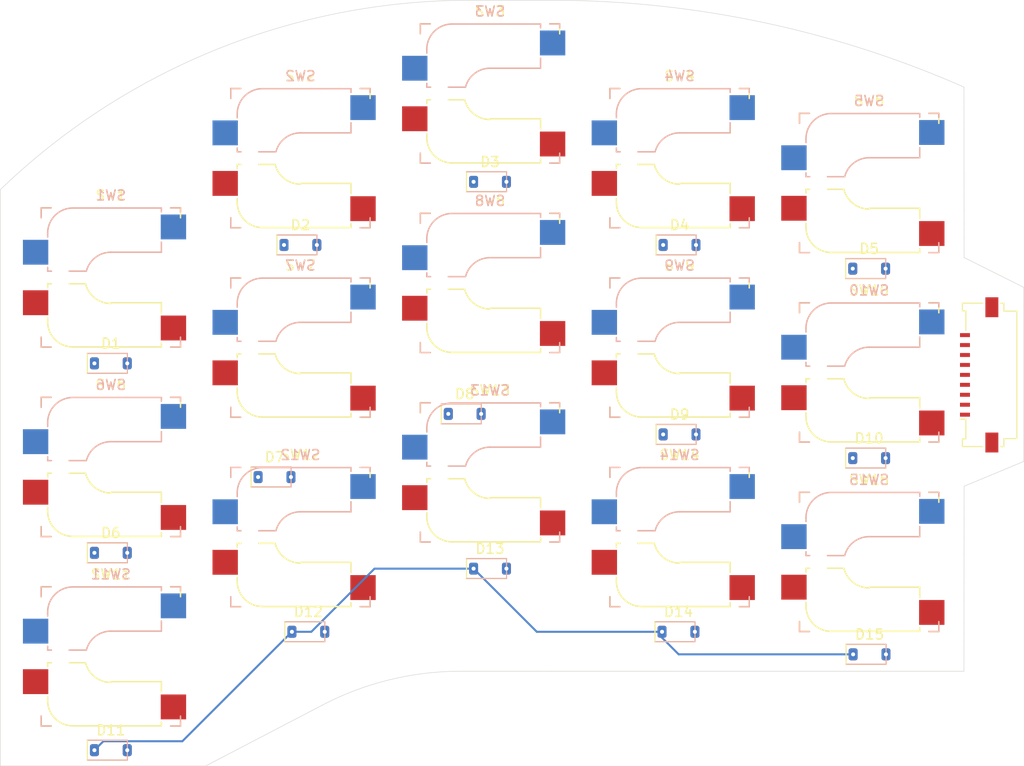
<source format=kicad_pcb>
(kicad_pcb (version 20240108) (generator "pcbnew") (generator_version "8.0")
  (layers (0 "F.Cu" signal) (31 "B.Cu" signal) (34 "B.Paste" user) (35 "F.Paste" user) (36 "B.SilkS" user "B.Silkscreen") (37 "F.SilkS" user "F.Silkscreen") (38 "B.Mask" user) (39 "F.Mask" user) (44 "Edge.Cuts" user))
  (net 0 "")
  (net 1 "Net-(D1-A)")
  (net 2 "Row 1")
  (net 3 "Row 2")
  (net 4 "Net-(D2-A)")
  (net 5 "Row 3")
  (net 6 "Net-(D3-A)")
  (net 7 "Net-(D4-A)")
  (net 8 "Net-(D5-A)")
  (net 9 "Net-(D6-A)")
  (net 10 "Net-(D7-A)")
  (net 11 "Net-(D8-A)")
  (net 12 "Net-(D9-A)")
  (net 13 "Net-(D10-A)")
  (net 14 "Net-(D11-A)")
  (net 15 "Net-(D12-A)")
  (net 16 "Net-(D13-A)")
  (net 17 "Net-(D14-A)")
  (net 18 "Net-(D15-A)")
  (net 19 "Column 5")
  (net 20 "Column 3")
  (net 21 "Column 4")
  (net 22 "GND")
  (net 23 "Column 1")
  (net 24 "Column 2")
  (footprint "Reversible2:D_SOD-123-reversible" (layer "F.Cu") (at 106.3625 52.3875)
    (property "Reference" "D3" (at 0 -2 0) (layer "F.SilkS"))
    (property "Value" "D" (hide yes))
    (pad "1" thru_hole roundrect (at -1.65 0) (size 0.9 1.2) (drill 0.4) (layers "*.Cu" "*.Paste" "*.Mask") (net 2 "Row 1"))
    (pad "2" thru_hole roundrect (at 1.65 0) (size 0.9 1.2) (drill 0.4) (layers "*.Cu" "*.Paste" "*.Mask") (net 6 "Net-(D3-A)"))
  )
  (footprint "Reversible:Kailh_socket_MX_reversible" (layer "F.Cu") (at 68.2625 62.00625)
    (property "Reference" "SW1" (at 0 -8.255 0) (layer "F.SilkS"))
    (property "Value" "SW_Push" (hide yes))
    (fp_text user "${REFERENCE}" (at 0 -8.255 0) (layer "B.SilkS") (effects (justify mirror)))
    (pad "" np_thru_hole circle (at -5.08 0) (size 1.7018 1.7018) (drill 1.7018) (layers "*.Cu" "*.Mask"))
    (pad "" np_thru_hole circle (at -3.81 -2.54) (size 3 3) (drill 3) (layers "*.Cu" "*.Mask"))
    (pad "" np_thru_hole circle (at -3.81 2.54) (size 3 3) (drill 3) (layers "*.Cu" "*.Mask"))
    (pad "" np_thru_hole circle (at 0 0) (size 3.9878 3.9878) (drill 3.9878) (layers "*.Cu" "*.Mask"))
    (pad "" np_thru_hole circle (at 2.54 -5.08) (size 3 3) (drill 3) (layers "*.Cu" "*.Mask"))
    (pad "" np_thru_hole circle (at 2.54 5.08) (size 3 3) (drill 3) (layers "*.Cu" "*.Mask"))
    (pad "" np_thru_hole circle (at 5.08 0) (size 1.7018 1.7018) (drill 1.7018) (layers "*.Cu" "*.Mask"))
    (pad "1" smd rect (at 6.29 -5.08) (size 2.55 2.5) (layers "B.Cu" "B.Paste" "B.Mask") (net 23 "Column 1"))
    (pad "1" smd rect (at 6.29 5.08) (size 2.55 2.5) (layers "F.Cu" "F.Paste" "F.Mask") (net 23 "Column 1"))
    (pad "2" smd rect (at -7.56 -2.54) (size 2.55 2.5) (layers "B.Cu" "B.Paste" "B.Mask") (net 1 "Net-(D1-A)"))
    (pad "2" smd rect (at -7.56 2.54) (size 2.55 2.5) (layers "F.Cu" "F.Paste" "F.Mask") (net 1 "Net-(D1-A)"))
  )
  (footprint "Reversible:Kailh_socket_MX_reversible" (layer "F.Cu") (at 87.3125 50.00625)
    (property "Reference" "SW2" (at 0 -8.255 0) (layer "F.SilkS"))
    (property "Value" "SW_Push" (hide yes))
    (fp_text user "${REFERENCE}" (at 0 -8.255 0) (layer "B.SilkS") (effects (justify mirror)))
    (pad "" np_thru_hole circle (at -5.08 0) (size 1.7018 1.7018) (drill 1.7018) (layers "*.Cu" "*.Mask"))
    (pad "" np_thru_hole circle (at -3.81 -2.54) (size 3 3) (drill 3) (layers "*.Cu" "*.Mask"))
    (pad "" np_thru_hole circle (at -3.81 2.54) (size 3 3) (drill 3) (layers "*.Cu" "*.Mask"))
    (pad "" np_thru_hole circle (at 0 0) (size 3.9878 3.9878) (drill 3.9878) (layers "*.Cu" "*.Mask"))
    (pad "" np_thru_hole circle (at 2.54 -5.08) (size 3 3) (drill 3) (layers "*.Cu" "*.Mask"))
    (pad "" np_thru_hole circle (at 2.54 5.08) (size 3 3) (drill 3) (layers "*.Cu" "*.Mask"))
    (pad "" np_thru_hole circle (at 5.08 0) (size 1.7018 1.7018) (drill 1.7018) (layers "*.Cu" "*.Mask"))
    (pad "1" smd rect (at 6.29 -5.08) (size 2.55 2.5) (layers "B.Cu" "B.Paste" "B.Mask") (net 24 "Column 2"))
    (pad "1" smd rect (at 6.29 5.08) (size 2.55 2.5) (layers "F.Cu" "F.Paste" "F.Mask") (net 24 "Column 2"))
    (pad "2" smd rect (at -7.56 -2.54) (size 2.55 2.5) (layers "B.Cu" "B.Paste" "B.Mask") (net 4 "Net-(D2-A)"))
    (pad "2" smd rect (at -7.56 2.54) (size 2.55 2.5) (layers "F.Cu" "F.Paste" "F.Mask") (net 4 "Net-(D2-A)"))
  )
  (footprint "Reversible2:D_SOD-123-reversible" (layer "F.Cu") (at 144.4625 80.16875)
    (property "Reference" "D10" (at 0 -2 0) (layer "F.SilkS"))
    (property "Value" "D" (hide yes))
    (pad "1" thru_hole roundrect (at -1.65 0) (size 0.9 1.2) (drill 0.4) (layers "*.Cu" "*.Paste" "*.Mask") (net 3 "Row 2"))
    (pad "2" thru_hole roundrect (at 1.65 0) (size 0.9 1.2) (drill 0.4) (layers "*.Cu" "*.Paste" "*.Mask") (net 13 "Net-(D10-A)"))
  )
  (footprint "Reversible2:D_SOD-123-reversible" (layer "F.Cu") (at 88.10625 97.63125)
    (property "Reference" "D12" (at 0 -2 0) (layer "F.SilkS"))
    (property "Value" "D" (hide yes))
    (pad "1" thru_hole roundrect (at -1.65 0) (size 0.9 1.2) (drill 0.4) (layers "*.Cu" "*.Paste" "*.Mask") (net 5 "Row 3"))
    (pad "2" thru_hole roundrect (at 1.65 0) (size 0.9 1.2) (drill 0.4) (layers "*.Cu" "*.Paste" "*.Mask") (net 15 "Net-(D12-A)"))
  )
  (footprint "Reversible2:D_SOD-123-reversible" (layer "F.Cu") (at 144.4625 61.11875)
    (property "Reference" "D5" (at 0 -2 0) (layer "F.SilkS"))
    (property "Value" "D" (hide yes))
    (pad "1" thru_hole roundrect (at -1.65 0) (size 0.9 1.2) (drill 0.4) (layers "*.Cu" "*.Paste" "*.Mask") (net 2 "Row 1"))
    (pad "2" thru_hole roundrect (at 1.65 0) (size 0.9 1.2) (drill 0.4) (layers "*.Cu" "*.Paste" "*.Mask") (net 8 "Net-(D5-A)"))
  )
  (footprint "Reversible:Kailh_socket_MX_reversible" (layer "F.Cu") (at 125.4125 50.00625)
    (property "Reference" "SW4" (at 0 -8.255 0) (layer "F.SilkS"))
    (property "Value" "SW_Push" (hide yes))
    (fp_text user "${REFERENCE}" (at 0 -8.255 0) (layer "B.SilkS") (effects (justify mirror)))
    (pad "" np_thru_hole circle (at -5.08 0) (size 1.7018 1.7018) (drill 1.7018) (layers "*.Cu" "*.Mask"))
    (pad "" np_thru_hole circle (at -3.81 -2.54) (size 3 3) (drill 3) (layers "*.Cu" "*.Mask"))
    (pad "" np_thru_hole circle (at -3.81 2.54) (size 3 3) (drill 3) (layers "*.Cu" "*.Mask"))
    (pad "" np_thru_hole circle (at 0 0) (size 3.9878 3.9878) (drill 3.9878) (layers "*.Cu" "*.Mask"))
    (pad "" np_thru_hole circle (at 2.54 -5.08) (size 3 3) (drill 3) (layers "*.Cu" "*.Mask"))
    (pad "" np_thru_hole circle (at 2.54 5.08) (size 3 3) (drill 3) (layers "*.Cu" "*.Mask"))
    (pad "" np_thru_hole circle (at 5.08 0) (size 1.7018 1.7018) (drill 1.7018) (layers "*.Cu" "*.Mask"))
    (pad "1" smd rect (at 6.29 -5.08) (size 2.55 2.5) (layers "B.Cu" "B.Paste" "B.Mask") (net 21 "Column 4"))
    (pad "1" smd rect (at 6.29 5.08) (size 2.55 2.5) (layers "F.Cu" "F.Paste" "F.Mask") (net 21 "Column 4"))
    (pad "2" smd rect (at -7.56 -2.54) (size 2.55 2.5) (layers "B.Cu" "B.Paste" "B.Mask") (net 7 "Net-(D4-A)"))
    (pad "2" smd rect (at -7.56 2.54) (size 2.55 2.5) (layers "F.Cu" "F.Paste" "F.Mask") (net 7 "Net-(D4-A)"))
  )
  (footprint "Reversible2:D_SOD-123-reversible" (layer "F.Cu") (at 87.3125 58.7375)
    (property "Reference" "D2" (at 0 -2 0) (layer "F.SilkS"))
    (property "Value" "D" (hide yes))
    (pad "1" thru_hole roundrect (at -1.65 0) (size 0.9 1.2) (drill 0.4) (layers "*.Cu" "*.Paste" "*.Mask") (net 2 "Row 1"))
    (pad "2" thru_hole roundrect (at 1.65 0) (size 0.9 1.2) (drill 0.4) (layers "*.Cu" "*.Paste" "*.Mask") (net 4 "Net-(D2-A)"))
  )
  (footprint "Reversible2:D_SOD-123-reversible" (layer "F.Cu") (at 68.2625 70.64375)
    (property "Reference" "D1" (at 0 -2 0) (layer "F.SilkS"))
    (property "Value" "D" (hide yes))
    (pad "1" thru_hole roundrect (at -1.65 0) (size 0.9 1.2) (drill 0.4) (layers "*.Cu" "*.Paste" "*.Mask") (net 2 "Row 1"))
    (pad "2" thru_hole roundrect (at 1.65 0) (size 0.9 1.2) (drill 0.4) (layers "*.Cu" "*.Paste" "*.Mask") (net 1 "Net-(D1-A)"))
  )
  (footprint "Reversible:Kailh_socket_MX_reversible" (layer "F.Cu") (at 87.3125 69.05625)
    (property "Reference" "SW7" (at 0 -8.255 0) (layer "F.SilkS"))
    (property "Value" "SW_Push" (hide yes))
    (fp_text user "${REFERENCE}" (at 0 -8.255 0) (layer "B.SilkS") (effects (justify mirror)))
    (pad "" np_thru_hole circle (at -5.08 0) (size 1.7018 1.7018) (drill 1.7018) (layers "*.Cu" "*.Mask"))
    (pad "" np_thru_hole circle (at -3.81 -2.54) (size 3 3) (drill 3) (layers "*.Cu" "*.Mask"))
    (pad "" np_thru_hole circle (at -3.81 2.54) (size 3 3) (drill 3) (layers "*.Cu" "*.Mask"))
    (pad "" np_thru_hole circle (at 0 0) (size 3.9878 3.9878) (drill 3.9878) (layers "*.Cu" "*.Mask"))
    (pad "" np_thru_hole circle (at 2.54 -5.08) (size 3 3) (drill 3) (layers "*.Cu" "*.Mask"))
    (pad "" np_thru_hole circle (at 2.54 5.08) (size 3 3) (drill 3) (layers "*.Cu" "*.Mask"))
    (pad "" np_thru_hole circle (at 5.08 0) (size 1.7018 1.7018) (drill 1.7018) (layers "*.Cu" "*.Mask"))
    (pad "1" smd rect (at 6.29 -5.08) (size 2.55 2.5) (layers "B.Cu" "B.Paste" "B.Mask") (net 24 "Column 2"))
    (pad "1" smd rect (at 6.29 5.08) (size 2.55 2.5) (layers "F.Cu" "F.Paste" "F.Mask") (net 24 "Column 2"))
    (pad "2" smd rect (at -7.56 -2.54) (size 2.55 2.5) (layers "B.Cu" "B.Paste" "B.Mask") (net 10 "Net-(D7-A)"))
    (pad "2" smd rect (at -7.56 2.54) (size 2.55 2.5) (layers "F.Cu" "F.Paste" "F.Mask") (net 10 "Net-(D7-A)"))
  )
  (footprint "Reversible2:D_SOD-123-reversible" (layer "F.Cu") (at 84.71 82.07375)
    (property "Reference" "D7" (at 0 -2 0) (layer "F.SilkS"))
    (property "Value" "D")
    (pad "1" thru_hole roundrect (at -1.65 0) (size 0.9 1.2) (drill 0.4) (layers "*.Cu" "*.Paste" "*.Mask") (net 3 "Row 2"))
    (pad "2" thru_hole roundrect (at 1.65 0) (size 0.9 1.2) (drill 0.4) (layers "*.Cu" "*.Paste" "*.Mask") (net 10 "Net-(D7-A)"))
  )
  (footprint "Reversible:Kailh_socket_MX_reversible" (layer "F.Cu") (at 125.4125 88.10625)
    (property "Reference" "SW14" (at 0 -8.255 0) (layer "F.SilkS"))
    (property "Value" "SW_Push" (hide yes))
    (fp_text user "${REFERENCE}" (at 0 -8.255 0) (layer "B.SilkS") (effects (justify mirror)))
    (pad "" np_thru_hole circle (at -5.08 0) (size 1.7018 1.7018) (drill 1.7018) (layers "*.Cu" "*.Mask"))
    (pad "" np_thru_hole circle (at -3.81 -2.54) (size 3 3) (drill 3) (layers "*.Cu" "*.Mask"))
    (pad "" np_thru_hole circle (at -3.81 2.54) (size 3 3) (drill 3) (layers "*.Cu" "*.Mask"))
    (pad "" np_thru_hole circle (at 0 0) (size 3.9878 3.9878) (drill 3.9878) (layers "*.Cu" "*.Mask"))
    (pad "" np_thru_hole circle (at 2.54 -5.08) (size 3 3) (drill 3) (layers "*.Cu" "*.Mask"))
    (pad "" np_thru_hole circle (at 2.54 5.08) (size 3 3) (drill 3) (layers "*.Cu" "*.Mask"))
    (pad "" np_thru_hole circle (at 5.08 0) (size 1.7018 1.7018) (drill 1.7018) (layers "*.Cu" "*.Mask"))
    (pad "1" smd rect (at 6.29 -5.08) (size 2.55 2.5) (layers "B.Cu" "B.Paste" "B.Mask") (net 21 "Column 4"))
    (pad "1" smd rect (at 6.29 5.08) (size 2.55 2.5) (layers "F.Cu" "F.Paste" "F.Mask") (net 21 "Column 4"))
    (pad "2" smd rect (at -7.56 -2.54) (size 2.55 2.5) (layers "B.Cu" "B.Paste" "B.Mask") (net 17 "Net-(D14-A)"))
    (pad "2" smd rect (at -7.56 2.54) (size 2.55 2.5) (layers "F.Cu" "F.Paste" "F.Mask") (net 17 "Net-(D14-A)"))
  )
  (footprint "Reversible:Kailh_socket_MX_reversible" (layer "F.Cu") (at 87.3125 88.10625)
    (property "Reference" "SW12" (at 0 -8.255 0) (layer "F.SilkS"))
    (property "Value" "SW_Push" (hide yes))
    (fp_text user "${REFERENCE}" (at 0 -8.255 0) (layer "B.SilkS") (effects (justify mirror)))
    (pad "" np_thru_hole circle (at -5.08 0) (size 1.7018 1.7018) (drill 1.7018) (layers "*.Cu" "*.Mask"))
    (pad "" np_thru_hole circle (at -3.81 -2.54) (size 3 3) (drill 3) (layers "*.Cu" "*.Mask"))
    (pad "" np_thru_hole circle (at -3.81 2.54) (size 3 3) (drill 3) (layers "*.Cu" "*.Mask"))
    (pad "" np_thru_hole circle (at 0 0) (size 3.9878 3.9878) (drill 3.9878) (layers "*.Cu" "*.Mask"))
    (pad "" np_thru_hole circle (at 2.54 -5.08) (size 3 3) (drill 3) (layers "*.Cu" "*.Mask"))
    (pad "" np_thru_hole circle (at 2.54 5.08) (size 3 3) (drill 3) (layers "*.Cu" "*.Mask"))
    (pad "" np_thru_hole circle (at 5.08 0) (size 1.7018 1.7018) (drill 1.7018) (layers "*.Cu" "*.Mask"))
    (pad "1" smd rect (at 6.29 -5.08) (size 2.55 2.5) (layers "B.Cu" "B.Paste" "B.Mask") (net 24 "Column 2"))
    (pad "1" smd rect (at 6.29 5.08) (size 2.55 2.5) (layers "F.Cu" "F.Paste" "F.Mask") (net 24 "Column 2"))
    (pad "2" smd rect (at -7.56 -2.54) (size 2.55 2.5) (layers "B.Cu" "B.Paste" "B.Mask") (net 15 "Net-(D12-A)"))
    (pad "2" smd rect (at -7.56 2.54) (size 2.55 2.5) (layers "F.Cu" "F.Paste" "F.Mask") (net 15 "Net-(D12-A)"))
  )
  (footprint "Reversible:Kailh_socket_MX_reversible" (layer "F.Cu") (at 125.4125 69.05625)
    (property "Reference" "SW9" (at 0 -8.255 0) (layer "F.SilkS"))
    (property "Value" "SW_Push" (hide yes))
    (fp_text user "${REFERENCE}" (at 0 -8.255 0) (layer "B.SilkS") (effects (justify mirror)))
    (pad "" np_thru_hole circle (at -5.08 0) (size 1.7018 1.7018) (drill 1.7018) (layers "*.Cu" "*.Mask"))
    (pad "" np_thru_hole circle (at -3.81 -2.54) (size 3 3) (drill 3) (layers "*.Cu" "*.Mask"))
    (pad "" np_thru_hole circle (at -3.81 2.54) (size 3 3) (drill 3) (layers "*.Cu" "*.Mask"))
    (pad "" np_thru_hole circle (at 0 0) (size 3.9878 3.9878) (drill 3.9878) (layers "*.Cu" "*.Mask"))
    (pad "" np_thru_hole circle (at 2.54 -5.08) (size 3 3) (drill 3) (layers "*.Cu" "*.Mask"))
    (pad "" np_thru_hole circle (at 2.54 5.08) (size 3 3) (drill 3) (layers "*.Cu" "*.Mask"))
    (pad "" np_thru_hole circle (at 5.08 0) (size 1.7018 1.7018) (drill 1.7018) (layers "*.Cu" "*.Mask"))
    (pad "1" smd rect (at 6.29 -5.08) (size 2.55 2.5) (layers "B.Cu" "B.Paste" "B.Mask") (net 21 "Column 4"))
    (pad "1" smd rect (at 6.29 5.08) (size 2.55 2.5) (layers "F.Cu" "F.Paste" "F.Mask") (net 21 "Column 4"))
    (pad "2" smd rect (at -7.56 -2.54) (size 2.55 2.5) (layers "B.Cu" "B.Paste" "B.Mask") (net 12 "Net-(D9-A)"))
    (pad "2" smd rect (at -7.56 2.54) (size 2.55 2.5) (layers "F.Cu" "F.Paste" "F.Mask") (net 12 "Net-(D9-A)"))
  )
  (footprint "Reversible:Kailh_socket_MX_reversible" (layer "F.Cu") (at 144.4625 52.50625)
    (property "Reference" "SW5" (at 0 -8.255 0) (layer "F.SilkS"))
    (property "Value" "SW_Push" (hide yes))
    (fp_text user "${REFERENCE}" (at 0 -8.255 0) (layer "B.SilkS") (effects (justify mirror)))
    (pad "" np_thru_hole circle (at -5.08 0) (size 1.7018 1.7018) (drill 1.7018) (layers "*.Cu" "*.Mask"))
    (pad "" np_thru_hole circle (at -3.81 -2.54) (size 3 3) (drill 3) (layers "*.Cu" "*.Mask"))
    (pad "" np_thru_hole circle (at -3.81 2.54) (size 3 3) (drill 3) (layers "*.Cu" "*.Mask"))
    (pad "" np_thru_hole circle (at 0 0) (size 3.9878 3.9878) (drill 3.9878) (layers "*.Cu" "*.Mask"))
    (pad "" np_thru_hole circle (at 2.54 -5.08) (size 3 3) (drill 3) (layers "*.Cu" "*.Mask"))
    (pad "" np_thru_hole circle (at 2.54 5.08) (size 3 3) (drill 3) (layers "*.Cu" "*.Mask"))
    (pad "" np_thru_hole circle (at 5.08 0) (size 1.7018 1.7018) (drill 1.7018) (layers "*.Cu" "*.Mask"))
    (pad "1" smd rect (at 6.29 -5.08) (size 2.55 2.5) (layers "B.Cu" "B.Paste" "B.Mask") (net 19 "Column 5"))
    (pad "1" smd rect (at 6.29 5.08) (size 2.55 2.5) (layers "F.Cu" "F.Paste" "F.Mask") (net 19 "Column 5"))
    (pad "2" smd rect (at -7.56 -2.54) (size 2.55 2.5) (layers "B.Cu" "B.Paste" "B.Mask") (net 8 "Net-(D5-A)"))
    (pad "2" smd rect (at -7.56 2.54) (size 2.55 2.5) (layers "F.Cu" "F.Paste" "F.Mask") (net 8 "Net-(D5-A)"))
  )
  (footprint "Reversible2:D_SOD-123-reversible" (layer "F.Cu") (at 68.2625 89.69375)
    (property "Reference" "D6" (at 0 -2 0) (layer "F.SilkS"))
    (property "Value" "D")
    (pad "1" thru_hole roundrect (at -1.65 0) (size 0.9 1.2) (drill 0.4) (layers "*.Cu" "*.Paste" "*.Mask") (net 3 "Row 2"))
    (pad "2" thru_hole roundrect (at 1.65 0) (size 0.9 1.2) (drill 0.4) (layers "*.Cu" "*.Paste" "*.Mask") (net 9 "Net-(D6-A)"))
  )
  (footprint "Reversible:Kailh_socket_MX_reversible" (layer "F.Cu") (at 68.2625 100.10625)
    (property "Reference" "SW11" (at 0 -8.255 0) (layer "F.SilkS"))
    (property "Value" "SW_Push" (hide yes))
    (fp_text user "${REFERENCE}" (at 0 -8.255 0) (layer "B.SilkS") (effects (justify mirror)))
    (pad "" np_thru_hole circle (at -5.08 0) (size 1.7018 1.7018) (drill 1.7018) (layers "*.Cu" "*.Mask"))
    (pad "" np_thru_hole circle (at -3.81 -2.54) (size 3 3) (drill 3) (layers "*.Cu" "*.Mask"))
    (pad "" np_thru_hole circle (at -3.81 2.54) (size 3 3) (drill 3) (layers "*.Cu" "*.Mask"))
    (pad "" np_thru_hole circle (at 0 0) (size 3.9878 3.9878) (drill 3.9878) (layers "*.Cu" "*.Mask"))
    (pad "" np_thru_hole circle (at 2.54 -5.08) (size 3 3) (drill 3) (layers "*.Cu" "*.Mask"))
    (pad "" np_thru_hole circle (at 2.54 5.08) (size 3 3) (drill 3) (layers "*.Cu" "*.Mask"))
    (pad "" np_thru_hole circle (at 5.08 0) (size 1.7018 1.7018) (drill 1.7018) (layers "*.Cu" "*.Mask"))
    (pad "1" smd rect (at 6.29 -5.08) (size 2.55 2.5) (layers "B.Cu" "B.Paste" "B.Mask") (net 23 "Column 1"))
    (pad "1" smd rect (at 6.29 5.08) (size 2.55 2.5) (layers "F.Cu" "F.Paste" "F.Mask") (net 23 "Column 1"))
    (pad "2" smd rect (at -7.56 -2.54) (size 2.55 2.5) (layers "B.Cu" "B.Paste" "B.Mask") (net 14 "Net-(D11-A)"))
    (pad "2" smd rect (at -7.56 2.54) (size 2.55 2.5) (layers "F.Cu" "F.Paste" "F.Mask") (net 14 "Net-(D11-A)"))
  )
  (footprint "Reversible:Kailh_socket_MX_reversible" (layer "F.Cu") (at 106.3625 62.55625)
    (property "Reference" "SW8" (at 0 -8.255 0) (layer "F.SilkS"))
    (property "Value" "SW_Push" (hide yes))
    (fp_text user "${REFERENCE}" (at 0 -8.255 0) (layer "B.SilkS") (effects (justify mirror)))
    (pad "" np_thru_hole circle (at -5.08 0) (size 1.7018 1.7018) (drill 1.7018) (layers "*.Cu" "*.Mask"))
    (pad "" np_thru_hole circle (at -3.81 -2.54) (size 3 3) (drill 3) (layers "*.Cu" "*.Mask"))
    (pad "" np_thru_hole circle (at -3.81 2.54) (size 3 3) (drill 3) (layers "*.Cu" "*.Mask"))
    (pad "" np_thru_hole circle (at 0 0) (size 3.9878 3.9878) (drill 3.9878) (layers "*.Cu" "*.Mask"))
    (pad "" np_thru_hole circle (at 2.54 -5.08) (size 3 3) (drill 3) (layers "*.Cu" "*.Mask"))
    (pad "" np_thru_hole circle (at 2.54 5.08) (size 3 3) (drill 3) (layers "*.Cu" "*.Mask"))
    (pad "" np_thru_hole circle (at 5.08 0) (size 1.7018 1.7018) (drill 1.7018) (layers "*.Cu" "*.Mask"))
    (pad "1" smd rect (at 6.29 -5.08) (size 2.55 2.5) (layers "B.Cu" "B.Paste" "B.Mask") (net 20 "Column 3"))
    (pad "1" smd rect (at 6.29 5.08) (size 2.55 2.5) (layers "F.Cu" "F.Paste" "F.Mask") (net 20 "Column 3"))
    (pad "2" smd rect (at -7.56 -2.54) (size 2.55 2.5) (layers "B.Cu" "B.Paste" "B.Mask") (net 11 "Net-(D8-A)"))
    (pad "2" smd rect (at -7.56 2.54) (size 2.55 2.5) (layers "F.Cu" "F.Paste" "F.Mask") (net 11 "Net-(D8-A)"))
  )
  (footprint "Reversible2:D_SOD-123-reversible" (layer "F.Cu") (at 106.3625 91.28125)
    (property "Reference" "D13" (at 0 -2 0) (layer "F.SilkS"))
    (property "Value" "D" (hide yes))
    (pad "1" thru_hole roundrect (at -1.65 0) (size 0.9 1.2) (drill 0.4) (layers "*.Cu" "*.Paste" "*.Mask") (net 5 "Row 3"))
    (pad "2" thru_hole roundrect (at 1.65 0) (size 0.9 1.2) (drill 0.4) (layers "*.Cu" "*.Paste" "*.Mask") (net 16 "Net-(D13-A)"))
  )
  (footprint "Reversible2:D_SOD-123-reversible" (layer "F.Cu") (at 125.4125 77.7875)
    (property "Reference" "D9" (at 0 -2 0) (layer "F.SilkS"))
    (property "Value" "D" (hide yes))
    (pad "1" thru_hole roundrect (at -1.65 0) (size 0.9 1.2) (drill 0.4) (layers "*.Cu" "*.Paste" "*.Mask") (net 3 "Row 2"))
    (pad "2" thru_hole roundrect (at 1.65 0) (size 0.9 1.2) (drill 0.4) (layers "*.Cu" "*.Paste" "*.Mask") (net 12 "Net-(D9-A)"))
  )
  (footprint "Reversible:Kailh_socket_MX_reversible" (layer "F.Cu") (at 68.2625 81.05625)
    (property "Reference" "SW6" (at 0 -8.255 0) (layer "F.SilkS"))
    (property "Value" "SW_Push" (hide yes))
    (fp_text user "${REFERENCE}" (at 0 -8.255 0) (layer "B.SilkS") (effects (justify mirror)))
    (pad "" np_thru_hole circle (at -5.08 0) (size 1.7018 1.7018) (drill 1.7018) (layers "*.Cu" "*.Mask"))
    (pad "" np_thru_hole circle (at -3.81 -2.54) (size 3 3) (drill 3) (layers "*.Cu" "*.Mask"))
    (pad "" np_thru_hole circle (at -3.81 2.54) (size 3 3) (drill 3) (layers "*.Cu" "*.Mask"))
    (pad "" np_thru_hole circle (at 0 0) (size 3.9878 3.9878) (drill 3.9878) (layers "*.Cu" "*.Mask"))
    (pad "" np_thru_hole circle (at 2.54 -5.08) (size 3 3) (drill 3) (layers "*.Cu" "*.Mask"))
    (pad "" np_thru_hole circle (at 2.54 5.08) (size 3 3) (drill 3) (layers "*.Cu" "*.Mask"))
    (pad "" np_thru_hole circle (at 5.08 0) (size 1.7018 1.7018) (drill 1.7018) (layers "*.Cu" "*.Mask"))
    (pad "1" smd rect (at 6.29 -5.08) (size 2.55 2.5) (layers "B.Cu" "B.Paste" "B.Mask") (net 23 "Column 1"))
    (pad "1" smd rect (at 6.29 5.08) (size 2.55 2.5) (layers "F.Cu" "F.Paste" "F.Mask") (net 23 "Column 1"))
    (pad "2" smd rect (at -7.56 -2.54) (size 2.55 2.5) (layers "B.Cu" "B.Paste" "B.Mask") (net 9 "Net-(D6-A)"))
    (pad "2" smd rect (at -7.56 2.54) (size 2.55 2.5) (layers "F.Cu" "F.Paste" "F.Mask") (net 9 "Net-(D6-A)"))
  )
  (footprint "Reversible2:D_SOD-123-reversible" (layer "F.Cu") (at 68.2625 109.5375)
    (property "Reference" "D11" (at 0 -2 0) (layer "F.SilkS"))
    (property "Value" "D" (hide yes))
    (pad "1" thru_hole roundrect (at -1.65 0) (size 0.9 1.2) (drill 0.4) (layers "*.Cu" "*.Paste" "*.Mask") (net 5 "Row 3"))
    (pad "2" thru_hole roundrect (at 1.65 0) (size 0.9 1.2) (drill 0.4) (layers "*.Cu" "*.Paste" "*.Mask") (net 14 "Net-(D11-A)"))
  )
  (footprint "Reversible2:D_SOD-123-reversible" (layer "F.Cu") (at 103.8225 75.72375)
    (property "Reference" "D8" (at 0 -2 0) (layer "F.SilkS"))
    (property "Value" "D")
    (pad "1" thru_hole roundrect (at -1.65 0) (size 0.9 1.2) (drill 0.4) (layers "*.Cu" "*.Paste" "*.Mask") (net 3 "Row 2"))
    (pad "2" thru_hole roundrect (at 1.65 0) (size 0.9 1.2) (drill 0.4) (layers "*.Cu" "*.Paste" "*.Mask") (net 11 "Net-(D8-A)"))
  )
  (footprint "Reversible:Kailh_socket_MX_reversible" (layer "F.Cu") (at 106.3625 81.60625)
    (property "Reference" "SW13" (at 0 -8.255 0) (layer "F.SilkS"))
    (property "Value" "SW_Push" (hide yes))
    (fp_text user "${REFERENCE}" (at 0 -8.255 0) (layer "B.SilkS") (effects (justify mirror)))
    (pad "" np_thru_hole circle (at -5.08 0) (size 1.7018 1.7018) (drill 1.7018) (layers "*.Cu" "*.Mask"))
    (pad "" np_thru_hole circle (at -3.81 -2.54) (size 3 3) (drill 3) (layers "*.Cu" "*.Mask"))
    (pad "" np_thru_hole circle (at -3.81 2.54) (size 3 3) (drill 3) (layers "*.Cu" "*.Mask"))
    (pad "" np_thru_hole circle (at 0 0) (size 3.9878 3.9878) (drill 3.9878) (layers "*.Cu" "*.Mask"))
    (pad "" np_thru_hole circle (at 2.54 -5.08) (size 3 3) (drill 3) (layers "*.Cu" "*.Mask"))
    (pad "" np_thru_hole circle (at 2.54 5.08) (size 3 3) (drill 3) (layers "*.Cu" "*.Mask"))
    (pad "" np_thru_hole circle (at 5.08 0) (size 1.7018 1.7018) (drill 1.7018) (layers "*.Cu" "*.Mask"))
    (pad "1" smd rect (at 6.29 -5.08) (size 2.55 2.5) (layers "B.Cu" "B.Paste" "B.Mask") (net 20 "Column 3"))
    (pad "1" smd rect (at 6.29 5.08) (size 2.55 2.5) (layers "F.Cu" "F.Paste" "F.Mask") (net 20 "Column 3"))
    (pad "2" smd rect (at -7.56 -2.54) (size 2.55 2.5) (layers "B.Cu" "B.Paste" "B.Mask") (net 16 "Net-(D13-A)"))
    (pad "2" smd rect (at -7.56 2.54) (size 2.55 2.5) (layers "F.Cu" "F.Paste" "F.Mask") (net 16 "Net-(D13-A)"))
  )
  (footprint "Reversible:Kailh_socket_MX_reversible" (layer "F.Cu") (at 144.4625 71.55625)
    (property "Reference" "SW10" (at 0 -8.255 0) (layer "F.SilkS"))
    (property "Value" "SW_Push" (hide yes))
    (fp_text user "${REFERENCE}" (at 0 -8.255 0) (layer "B.SilkS") (effects (justify mirror)))
    (pad "" np_thru_hole circle (at -5.08 0) (size 1.7018 1.7018) (drill 1.7018) (layers "*.Cu" "*.Mask"))
    (pad "" np_thru_hole circle (at -3.81 -2.54) (size 3 3) (drill 3) (layers "*.Cu" "*.Mask"))
    (pad "" np_thru_hole circle (at -3.81 2.54) (size 3 3) (drill 3) (layers "*.Cu" "*.Mask"))
    (pad "" np_thru_hole circle (at 0 0) (size 3.9878 3.9878) (drill 3.9878) (layers "*.Cu" "*.Mask"))
    (pad "" np_thru_hole circle (at 2.54 -5.08) (size 3 3) (drill 3) (layers "*.Cu" "*.Mask"))
    (pad "" np_thru_hole circle (at 2.54 5.08) (size 3 3) (drill 3) (layers "*.Cu" "*.Mask"))
    (pad "" np_thru_hole circle (at 5.08 0) (size 1.7018 1.7018) (drill 1.7018) (layers "*.Cu" "*.Mask"))
    (pad "1" smd rect (at 6.29 -5.08) (size 2.55 2.5) (layers "B.Cu" "B.Paste" "B.Mask") (net 19 "Column 5"))
    (pad "1" smd rect (at 6.29 5.08) (size 2.55 2.5) (layers "F.Cu" "F.Paste" "F.Mask") (net 19 "Column 5"))
    (pad "2" smd rect (at -7.56 -2.54) (size 2.55 2.5) (layers "B.Cu" "B.Paste" "B.Mask") (net 13 "Net-(D10-A)"))
    (pad "2" smd rect (at -7.56 2.54) (size 2.55 2.5) (layers "F.Cu" "F.Paste" "F.Mask") (net 13 "Net-(D10-A)"))
  )
  (footprint "Reversible:Kailh_socket_MX_reversible" (layer "F.Cu") (at 144.4625 90.60625)
    (property "Reference" "SW15" (at 0 -8.255 0) (layer "F.SilkS"))
    (property "Value" "SW_Push" (hide yes))
    (fp_text user "${REFERENCE}" (at 0 -8.255 0) (layer "B.SilkS") (effects (justify mirror)))
    (pad "" np_thru_hole circle (at -5.08 0) (size 1.7018 1.7018) (drill 1.7018) (layers "*.Cu" "*.Mask"))
    (pad "" np_thru_hole circle (at -3.81 -2.54) (size 3 3) (drill 3) (layers "*.Cu" "*.Mask"))
    (pad "" np_thru_hole circle (at -3.81 2.54) (size 3 3) (drill 3) (layers "*.Cu" "*.Mask"))
    (pad "" np_thru_hole circle (at 0 0) (size 3.9878 3.9878) (drill 3.9878) (layers "*.Cu" "*.Mask"))
    (pad "" np_thru_hole circle (at 2.54 -5.08) (size 3 3) (drill 3) (layers "*.Cu" "*.Mask"))
    (pad "" np_thru_hole circle (at 2.54 5.08) (size 3 3) (drill 3) (layers "*.Cu" "*.Mask"))
    (pad "" np_thru_hole circle (at 5.08 0) (size 1.7018 1.7018) (drill 1.7018) (layers "*.Cu" "*.Mask"))
    (pad "1" smd rect (at 6.29 -5.08) (size 2.55 2.5) (layers "B.Cu" "B.Paste" "B.Mask") (net 19 "Column 5"))
    (pad "1" smd rect (at 6.29 5.08) (size 2.55 2.5) (layers "F.Cu" "F.Paste" "F.Mask") (net 19 "Column 5"))
    (pad "2" smd rect (at -7.56 -2.54) (size 2.55 2.5) (layers "B.Cu" "B.Paste" "B.Mask") (net 18 "Net-(D15-A)"))
    (pad "2" smd rect (at -7.56 2.54) (size 2.55 2.5) (layers "F.Cu" "F.Paste" "F.Mask") (net 18 "Net-(D15-A)"))
  )
  (footprint "Connector_FFC-FPC:Molex_200528-0090_1x09-1MP_P1.00mm_Horizontal" (layer "F.Cu") (at 155 71.8 90)
    (property "Reference" "J1" (hide yes))
    (property "Value" "Conn_01x09" (hide yes))
    (pad "1" smd rect (at -4 -0.91 90) (size 0.4 1) (layers "F.Cu" "F.Paste" "F.Mask") (net 23 "Column 1"))
    (pad "2" smd rect (at -3 -0.91 90) (size 0.4 1) (layers "F.Cu" "F.Paste" "F.Mask") (net 24 "Column 2"))
    (pad "3" smd rect (at -2 -0.91 90) (size 0.4 1) (layers "F.Cu" "F.Paste" "F.Mask") (net 20 "Column 3"))
    (pad "4" smd rect (at -1 -0.91 90) (size 0.4 1) (layers "F.Cu" "F.Paste" "F.Mask") (net 21 "Column 4"))
    (pad "5" smd rect (at 0 -0.91 90) (size 0.4 1) (layers "F.Cu" "F.Paste" "F.Mask") (net 19 "Column 5"))
    (pad "6" smd rect (at 1 -0.91 90) (size 0.4 1) (layers "F.Cu" "F.Paste" "F.Mask") (net 2 "Row 1"))
    (pad "7" smd rect (at 2 -0.91 90) (size 0.4 1) (layers "F.Cu" "F.Paste" "F.Mask") (net 3 "Row 2"))
    (pad "8" smd rect (at 3 -0.91 90) (size 0.4 1) (layers "F.Cu" "F.Paste" "F.Mask") (net 5 "Row 3"))
    (pad "9" smd rect (at 4 -0.91 90) (size 0.4 1) (layers "F.Cu" "F.Paste" "F.Mask") (net 22 "GND"))
    (pad "MP" smd rect (at -6.8 1.79 90) (size 2 1.3) (layers "F.Cu" "F.Paste" "F.Mask"))
    (pad "MP" smd rect (at 6.8 1.79 90) (size 2 1.3) (layers "F.Cu" "F.Paste" "F.Mask"))
  )
  (footprint "Reversible2:D_SOD-123-reversible" (layer "F.Cu") (at 125.3 97.63125)
    (property "Reference" "D14" (at 0 -2 0) (layer "F.SilkS"))
    (property "Value" "D" (hide yes))
    (pad "1" thru_hole roundrect (at -1.65 0) (size 0.9 1.2) (drill 0.4) (layers "*.Cu" "*.Paste" "*.Mask") (net 5 "Row 3"))
    (pad "2" thru_hole roundrect (at 1.65 0) (size 0.9 1.2) (drill 0.4) (layers "*.Cu" "*.Paste" "*.Mask") (net 17 "Net-(D14-A)"))
  )
  (footprint "Reversible:Kailh_socket_MX_reversible" (layer "F.Cu") (at 106.3625 43.50625)
    (property "Reference" "SW3" (at 0 -8.255 0) (layer "F.SilkS"))
    (property "Value" "SW_Push" (hide yes))
    (fp_text user "${REFERENCE}" (at 0 -8.255 0) (layer "B.SilkS") (effects (justify mirror)))
    (pad "" np_thru_hole circle (at -5.08 0) (size 1.7018 1.7018) (drill 1.7018) (layers "*.Cu" "*.Mask"))
    (pad "" np_thru_hole circle (at -3.81 -2.54) (size 3 3) (drill 3) (layers "*.Cu" "*.Mask"))
    (pad "" np_thru_hole circle (at -3.81 2.54) (size 3 3) (drill 3) (layers "*.Cu" "*.Mask"))
    (pad "" np_thru_hole circle (at 0 0) (size 3.9878 3.9878) (drill 3.9878) (layers "*.Cu" "*.Mask"))
    (pad "" np_thru_hole circle (at 2.54 -5.08) (size 3 3) (drill 3) (layers "*.Cu" "*.Mask"))
    (pad "" np_thru_hole circle (at 2.54 5.08) (size 3 3) (drill 3) (layers "*.Cu" "*.Mask"))
    (pad "" np_thru_hole circle (at 5.08 0) (size 1.7018 1.7018) (drill 1.7018) (layers "*.Cu" "*.Mask"))
    (pad "1" smd rect (at 6.29 -5.08) (size 2.55 2.5) (layers "B.Cu" "B.Paste" "B.Mask") (net 20 "Column 3"))
    (pad "1" smd rect (at 6.29 5.08) (size 2.55 2.5) (layers "F.Cu" "F.Paste" "F.Mask") (net 20 "Column 3"))
    (pad "2" smd rect (at -7.56 -2.54) (size 2.55 2.5) (layers "B.Cu" "B.Paste" "B.Mask") (net 6 "Net-(D3-A)"))
    (pad "2" smd rect (at -7.56 2.54) (size 2.55 2.5) (layers "F.Cu" "F.Paste" "F.Mask") (net 6 "Net-(D3-A)"))
  )
  (footprint "Reversible2:D_SOD-123-reversible" (layer "F.Cu") (at 144.5 99.9)
    (property "Reference" "D15" (at 0 -2 0) (layer "F.SilkS"))
    (property "Value" "D" (hide yes))
    (pad "1" thru_hole roundrect (at -1.65 0) (size 0.9 1.2) (drill 0.4) (layers "*.Cu" "*.Paste" "*.Mask") (net 5 "Row 3"))
    (pad "2" thru_hole roundrect (at 1.65 0) (size 0.9 1.2) (drill 0.4) (layers "*.Cu" "*.Paste" "*.Mask") (net 18 "Net-(D15-A)"))
  )
  (footprint "Reversible2:D_SOD-123-reversible" (layer "F.Cu") (at 125.4125 58.7375)
    (property "Reference" "D4" (at 0 -2 0) (layer "F.SilkS"))
    (property "Value" "D" (hide yes))
    (pad "1" thru_hole roundrect (at -1.65 0) (size 0.9 1.2) (drill 0.4) (layers "*.Cu" "*.Paste" "*.Mask") (net 2 "Row 1"))
    (pad "2" thru_hole roundrect (at 1.65 0) (size 0.9 1.2) (drill 0.4) (layers "*.Cu" "*.Paste" "*.Mask") (net 7 "Net-(D4-A)"))
  )
  (gr_line (start 105.56875 34.13125) (end 112.485654 34.13125) (stroke (width 0.05)) (layer "Edge.Cuts"))
  (gr_line (start 160 63) (end 160 80.5) (stroke (width 0.05)) (layer "Edge.Cuts"))
  (gr_line (start 134.14375 101.6) (end 111.91875 101.6) (stroke (width 0.05)) (layer "Edge.Cuts"))
  (gr_line (start 154 60) (end 153.9875 42.8625) (stroke (width 0.05)) (layer "Edge.Cuts"))
  (gr_arc (start 57.15 53.18125) (mid 78.900757 39.07322) (end 104.35085 34.131086) (stroke (width 0.05)) (layer "Edge.Cuts"))
  (gr_line (start 111.91875 101.6) (end 103.399359 101.6) (stroke (width 0.05)) (layer "Edge.Cuts"))
  (gr_line (start 154 83) (end 153.9875 101.6) (stroke (width 0.05)) (layer "Edge.Cuts"))
  (gr_line (start 105.56875 34.13125) (end 104.35085 34.13125) (stroke (width 0.05)) (layer "Edge.Cuts"))
  (gr_line (start 89.522379 105.002455) (end 77.7875 111.125) (stroke (width 0.05)) (layer "Edge.Cuts"))
  (gr_line (start 154 60) (end 160 63) (stroke (width 0.05)) (layer "Edge.Cuts"))
  (gr_arc (start 112.485654 34.131248) (mid 133.69083 36.337694) (end 153.9875 42.8625) (stroke (width 0.05)) (layer "Edge.Cuts"))
  (gr_line (start 77.7875 111.125) (end 57.15 111.125) (stroke (width 0.05)) (layer "Edge.Cuts"))
  (gr_line (start 57.15 111.125) (end 57.15 53.18125) (stroke (width 0.05)) (layer "Edge.Cuts"))
  (gr_arc (start 89.522388 105.002471) (mid 96.255357 102.463036) (end 103.399359 101.6) (stroke (width 0.05)) (layer "Edge.Cuts"))
  (gr_line (start 153.9875 101.6) (end 134.14375 101.6) (stroke (width 0.05)) (layer "Edge.Cuts"))
  (gr_line (start 160 80.5) (end 154 83) (stroke (width 0.05)) (layer "Edge.Cuts"))
  (segment (start 88.407554 97.63125) (end 94.757554 91.28125) (width 0.2) (layer "B.Cu") (net 5))
  (segment (start 125.31875 99.9) (end 142.85 99.9) (width 0.2) (layer "B.Cu") (net 5))
  (segment (start 123.65 97.63125) (end 111.0625 97.63125) (width 0.2) (layer "B.Cu") (net 5))
  (segment (start 123.65 97.63125) (end 123.65 98.23125) (width 0.2) (layer "B.Cu") (net 5))
  (segment (start 66.6125 109.5375) (end 67.5125 108.6375) (width 0.2) (layer "B.Cu") (net 5))
  (segment (start 94.757554 91.28125) (end 104.7125 91.28125) (width 0.2) (layer "B.Cu") (net 5))
  (segment (start 67.5125 108.6375) (end 75.45 108.6375) (width 0.2) (layer "B.Cu") (net 5))
  (segment (start 123.65 98.23125) (end 125.31875 99.9) (width 0.2) (layer "B.Cu") (net 5))
  (segment (start 75.45 108.6375) (end 86.45625 97.63125) (width 0.2) (layer "B.Cu") (net 5))
  (segment (start 111.0625 97.63125) (end 104.7125 91.28125) (width 0.2) (layer "B.Cu") (net 5))
  (segment (start 86.45625 97.63125) (end 88.407554 97.63125) (width 0.2) (layer "B.Cu") (net 5))
)
</source>
